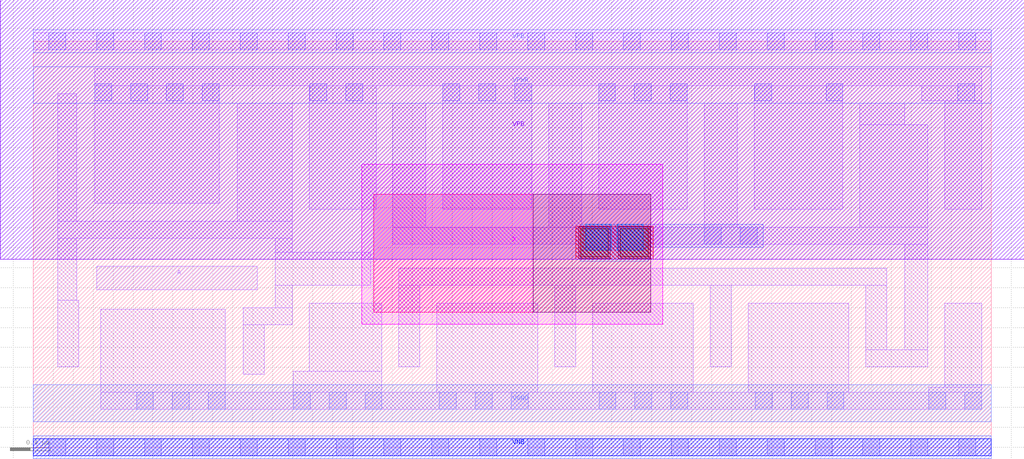
<source format=lef>
# Copyright 2020 The SkyWater PDK Authors
#
# Licensed under the Apache License, Version 2.0 (the "License");
# you may not use this file except in compliance with the License.
# You may obtain a copy of the License at
#
#     https://www.apache.org/licenses/LICENSE-2.0
#
# Unless required by applicable law or agreed to in writing, software
# distributed under the License is distributed on an "AS IS" BASIS,
# WITHOUT WARRANTIES OR CONDITIONS OF ANY KIND, either express or implied.
# See the License for the specific language governing permissions and
# limitations under the License.
#
# SPDX-License-Identifier: Apache-2.0

VERSION 5.7 ;
  NOWIREEXTENSIONATPIN ON ;
  DIVIDERCHAR "/" ;
  BUSBITCHARS "[]" ;
MACRO sky130_fd_sc_hvl__probe_p_8
  CLASS CORE ;
  FOREIGN sky130_fd_sc_hvl__probe_p_8 ;
  ORIGIN  0.000000  0.000000 ;
  SIZE  9.600000 BY  4.070000 ;
  SYMMETRY X Y ;
  SITE unithv ;
  PIN A
    ANTENNAGATEAREA  3.375000 ;
    DIRECTION INPUT ;
    USE SIGNAL ;
    PORT
      LAYER li1 ;
        RECT 0.635000 1.580000 2.245000 1.815000 ;
    END
  END A
  PIN X
    ANTENNADIFFAREA  2.520000 ;
    DIRECTION OUTPUT ;
    USE SIGNAL ;
    PORT
      LAYER met5 ;
        RECT 3.290000 1.235000 6.310000 2.835000 ;
    END
  END X
  PIN VGND
    DIRECTION INOUT ;
    USE GROUND ;
    PORT
      LAYER met1 ;
        RECT 0.000000 0.255000 9.600000 0.625000 ;
    END
  END VGND
  PIN VNB
    DIRECTION INOUT ;
    USE GROUND ;
    PORT
      LAYER met1 ;
        RECT 0.000000 -0.115000 9.600000 0.115000 ;
      LAYER pwell ;
        RECT 0.000000 -0.085000 9.600000 0.085000 ;
    END
  END VNB
  PIN VPB
    DIRECTION INOUT ;
    USE POWER ;
    PORT
      LAYER met1 ;
        RECT 0.000000 3.955000 9.600000 4.185000 ;
      LAYER nwell ;
        RECT -0.330000 1.885000 9.930000 4.485000 ;
    END
  END VPB
  PIN VPWR
    DIRECTION INOUT ;
    USE POWER ;
    PORT
      LAYER met1 ;
        RECT 0.000000 3.445000 9.600000 3.815000 ;
    END
  END VPWR
  OBS
    LAYER li1 ;
      RECT 0.000000 -0.085000 9.600000 0.085000 ;
      RECT 0.000000  3.985000 9.600000 4.155000 ;
      RECT 0.245000  0.805000 0.455000 1.475000 ;
      RECT 0.245000  1.475000 0.435000 2.095000 ;
      RECT 0.245000  2.095000 2.595000 2.265000 ;
      RECT 0.245000  2.265000 0.435000 3.545000 ;
      RECT 0.615000  2.445000 1.865000 3.625000 ;
      RECT 0.615000  3.625000 9.505000 3.795000 ;
      RECT 0.675000  0.380000 9.505000 0.550000 ;
      RECT 0.675000  0.550000 1.925000 1.385000 ;
      RECT 2.045000  2.265000 2.595000 3.445000 ;
      RECT 2.105000  0.730000 2.315000 1.230000 ;
      RECT 2.105000  1.230000 2.595000 1.400000 ;
      RECT 2.425000  1.400000 2.595000 1.625000 ;
      RECT 2.425000  1.625000 3.380000 1.955000 ;
      RECT 2.425000  1.955000 2.595000 2.095000 ;
      RECT 2.605000  0.550000 3.495000 0.760000 ;
      RECT 2.765000  0.760000 3.495000 1.445000 ;
      RECT 2.765000  2.385000 3.435000 3.625000 ;
      RECT 3.605000  2.035000 8.965000 2.205000 ;
      RECT 3.605000  2.205000 3.935000 3.445000 ;
      RECT 3.665000  0.805000 3.875000 1.625000 ;
      RECT 3.665000  1.625000 8.555000 1.795000 ;
      RECT 4.045000  0.550000 5.055000 1.445000 ;
      RECT 4.105000  2.385000 4.995000 3.625000 ;
      RECT 5.165000  2.205000 5.495000 3.445000 ;
      RECT 5.225000  0.805000 5.435000 1.625000 ;
      RECT 5.605000  0.550000 6.615000 1.445000 ;
      RECT 5.665000  2.385000 6.555000 3.625000 ;
      RECT 6.725000  2.205000 7.055000 3.445000 ;
      RECT 6.785000  0.805000 6.995000 1.625000 ;
      RECT 7.165000  0.550000 8.175000 1.445000 ;
      RECT 7.225000  2.385000 8.115000 3.625000 ;
      RECT 8.285000  2.205000 8.965000 3.230000 ;
      RECT 8.285000  3.230000 8.735000 3.445000 ;
      RECT 8.345000  0.805000 8.965000 0.975000 ;
      RECT 8.345000  0.975000 8.555000 1.625000 ;
      RECT 8.735000  0.975000 8.965000 2.035000 ;
      RECT 8.905000  3.475000 9.505000 3.625000 ;
      RECT 8.975000  0.550000 9.505000 0.600000 ;
      RECT 9.135000  0.600000 9.505000 1.445000 ;
      RECT 9.135000  2.385000 9.505000 3.475000 ;
    LAYER mcon ;
      RECT 0.155000 -0.085000 0.325000 0.085000 ;
      RECT 0.155000  3.985000 0.325000 4.155000 ;
      RECT 0.615000  3.475000 0.785000 3.645000 ;
      RECT 0.635000 -0.085000 0.805000 0.085000 ;
      RECT 0.635000  3.985000 0.805000 4.155000 ;
      RECT 0.975000  3.475000 1.145000 3.645000 ;
      RECT 1.035000  0.380000 1.205000 0.550000 ;
      RECT 1.115000 -0.085000 1.285000 0.085000 ;
      RECT 1.115000  3.985000 1.285000 4.155000 ;
      RECT 1.335000  3.475000 1.505000 3.645000 ;
      RECT 1.395000  0.380000 1.565000 0.550000 ;
      RECT 1.595000 -0.085000 1.765000 0.085000 ;
      RECT 1.595000  3.985000 1.765000 4.155000 ;
      RECT 1.695000  3.475000 1.865000 3.645000 ;
      RECT 1.755000  0.380000 1.925000 0.550000 ;
      RECT 2.075000 -0.085000 2.245000 0.085000 ;
      RECT 2.075000  3.985000 2.245000 4.155000 ;
      RECT 2.555000 -0.085000 2.725000 0.085000 ;
      RECT 2.555000  3.985000 2.725000 4.155000 ;
      RECT 2.605000  0.380000 2.775000 0.550000 ;
      RECT 2.770000  3.475000 2.940000 3.645000 ;
      RECT 2.965000  0.380000 3.135000 0.550000 ;
      RECT 3.035000 -0.085000 3.205000 0.085000 ;
      RECT 3.035000  3.985000 3.205000 4.155000 ;
      RECT 3.130000  3.475000 3.300000 3.645000 ;
      RECT 3.325000  0.380000 3.495000 0.550000 ;
      RECT 3.515000 -0.085000 3.685000 0.085000 ;
      RECT 3.515000  3.985000 3.685000 4.155000 ;
      RECT 3.995000 -0.085000 4.165000 0.085000 ;
      RECT 3.995000  3.985000 4.165000 4.155000 ;
      RECT 4.070000  0.380000 4.240000 0.550000 ;
      RECT 4.105000  3.475000 4.275000 3.645000 ;
      RECT 4.430000  0.380000 4.600000 0.550000 ;
      RECT 4.465000  3.475000 4.635000 3.645000 ;
      RECT 4.475000 -0.085000 4.645000 0.085000 ;
      RECT 4.475000  3.985000 4.645000 4.155000 ;
      RECT 4.790000  0.380000 4.960000 0.550000 ;
      RECT 4.825000  3.475000 4.995000 3.645000 ;
      RECT 4.955000 -0.085000 5.125000 0.085000 ;
      RECT 4.955000  3.985000 5.125000 4.155000 ;
      RECT 5.435000 -0.085000 5.605000 0.085000 ;
      RECT 5.435000  3.985000 5.605000 4.155000 ;
      RECT 5.665000  3.475000 5.835000 3.645000 ;
      RECT 5.670000  0.380000 5.840000 0.550000 ;
      RECT 5.915000 -0.085000 6.085000 0.085000 ;
      RECT 5.915000  3.985000 6.085000 4.155000 ;
      RECT 6.025000  3.475000 6.195000 3.645000 ;
      RECT 6.030000  0.380000 6.200000 0.550000 ;
      RECT 6.385000  3.475000 6.555000 3.645000 ;
      RECT 6.390000  0.380000 6.560000 0.550000 ;
      RECT 6.395000 -0.085000 6.565000 0.085000 ;
      RECT 6.395000  3.985000 6.565000 4.155000 ;
      RECT 6.725000  2.035000 6.895000 2.205000 ;
      RECT 6.875000 -0.085000 7.045000 0.085000 ;
      RECT 6.875000  3.985000 7.045000 4.155000 ;
      RECT 7.085000  2.035000 7.255000 2.205000 ;
      RECT 7.230000  3.475000 7.400000 3.645000 ;
      RECT 7.235000  0.380000 7.405000 0.550000 ;
      RECT 7.355000 -0.085000 7.525000 0.085000 ;
      RECT 7.355000  3.985000 7.525000 4.155000 ;
      RECT 7.595000  0.380000 7.765000 0.550000 ;
      RECT 7.835000 -0.085000 8.005000 0.085000 ;
      RECT 7.835000  3.985000 8.005000 4.155000 ;
      RECT 7.945000  3.475000 8.115000 3.645000 ;
      RECT 7.955000  0.380000 8.125000 0.550000 ;
      RECT 8.315000 -0.085000 8.485000 0.085000 ;
      RECT 8.315000  3.985000 8.485000 4.155000 ;
      RECT 8.795000 -0.085000 8.965000 0.085000 ;
      RECT 8.795000  3.985000 8.965000 4.155000 ;
      RECT 8.975000  0.380000 9.145000 0.550000 ;
      RECT 9.265000  3.475000 9.435000 3.645000 ;
      RECT 9.275000 -0.085000 9.445000 0.085000 ;
      RECT 9.275000  3.985000 9.445000 4.155000 ;
      RECT 9.335000  0.380000 9.505000 0.550000 ;
    LAYER met1 ;
      RECT 5.505000 1.975000 6.145000 2.005000 ;
      RECT 5.505000 2.005000 7.315000 2.235000 ;
    LAYER met2 ;
      RECT 5.485000 1.865000 6.165000 2.235000 ;
    LAYER met3 ;
      RECT 5.435000 1.885000 6.215000 2.215000 ;
    LAYER met4 ;
      RECT 3.410000 1.355000 6.190000 2.535000 ;
    LAYER via ;
      RECT 5.535000 1.975000 5.795000 2.235000 ;
      RECT 5.855000 1.975000 6.115000 2.235000 ;
    LAYER via2 ;
      RECT 5.485000 1.910000 5.765000 2.190000 ;
      RECT 5.885000 1.910000 6.165000 2.190000 ;
    LAYER via3 ;
      RECT 5.465000 1.890000 5.785000 2.210000 ;
      RECT 5.865000 1.890000 6.185000 2.210000 ;
    LAYER via4 ;
      RECT 5.010000 1.355000 6.190000 2.535000 ;
  END
END sky130_fd_sc_hvl__probe_p_8
END LIBRARY

</source>
